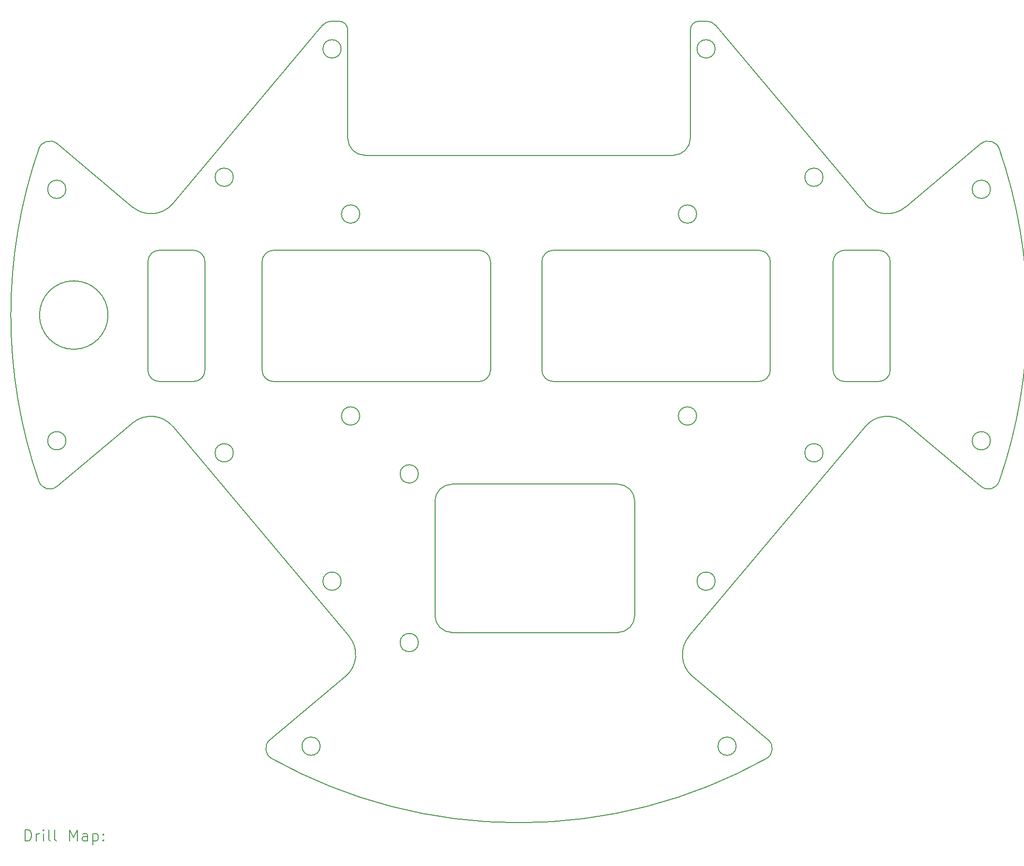
<source format=gbr>
%FSLAX45Y45*%
G04 Gerber Fmt 4.5, Leading zero omitted, Abs format (unit mm)*
G04 Created by KiCad (PCBNEW (6.0.0-0)) date 2022-03-22 21:17:25*
%MOMM*%
%LPD*%
G01*
G04 APERTURE LIST*
%TA.AperFunction,Profile*%
%ADD10C,0.200000*%
%TD*%
%ADD11C,0.200000*%
G04 APERTURE END LIST*
D10*
X16936061Y-17581324D02*
X15611600Y-16469970D01*
X8273000Y-11300000D02*
X11873000Y-11300000D01*
X14600000Y-13400000D02*
X14600000Y-15400000D01*
X12573000Y-19034600D02*
G75*
G03*
X16904848Y-17909244I0J8900000D01*
G01*
X11873000Y-11300000D02*
G75*
G03*
X12073000Y-11100000I0J200000D01*
G01*
X14600000Y-13400000D02*
G75*
G03*
X14300000Y-13100000I-300000J0D01*
G01*
X13173000Y-11300000D02*
X16773000Y-11300000D01*
X15723000Y-4984600D02*
G75*
G03*
X15573000Y-5134600I0J-150000D01*
G01*
X5806231Y-12026912D02*
X4481771Y-13138266D01*
X4164253Y-7218615D02*
G75*
G03*
X4164253Y-13050585I8408748J-2915985D01*
G01*
X20664229Y-13138266D02*
G75*
G03*
X20981747Y-13050585I128558J153209D01*
G01*
X9596028Y-15765554D02*
X6510647Y-12088540D01*
X4481771Y-7130934D02*
G75*
G03*
X4164253Y-7218615I-128558J-153209D01*
G01*
X9783000Y-11904600D02*
G75*
G03*
X9783000Y-11904600I-160000J0D01*
G01*
X8209939Y-17581324D02*
G75*
G03*
X8241152Y-17909244I128558J-153209D01*
G01*
X17896493Y-12549835D02*
G75*
G03*
X17896493Y-12549835I-160000J0D01*
G01*
X9534400Y-16469970D02*
G75*
G03*
X9596028Y-15765554I-321394J383022D01*
G01*
X12573000Y-7334600D02*
X15273000Y-7334600D01*
X9423000Y-4984600D02*
X9285722Y-4984600D01*
X18073000Y-11100000D02*
G75*
G03*
X18273000Y-11300000I200000J0D01*
G01*
X20828355Y-7930667D02*
G75*
G03*
X20828355Y-7930667I-160000J0D01*
G01*
X6510647Y-12088540D02*
G75*
G03*
X5806231Y-12026912I-383022J-321394D01*
G01*
X5375000Y-10135000D02*
G75*
G03*
X5375000Y-10135000I-600000J0D01*
G01*
X20981747Y-13050585D02*
G75*
G03*
X20981747Y-7218615I-8408748J2915985D01*
G01*
X7569507Y-12549835D02*
G75*
G03*
X7569507Y-12549835I-160000J0D01*
G01*
X16773000Y-9000000D02*
X13173000Y-9000000D01*
X13173000Y-9000000D02*
G75*
G03*
X12973000Y-9200000I0J-200000D01*
G01*
X18273000Y-9000000D02*
G75*
G03*
X18073000Y-9200000I0J-200000D01*
G01*
X15573000Y-5134600D02*
X15573000Y-7034600D01*
X9573000Y-5134600D02*
X9573000Y-7034600D01*
X8273000Y-9000000D02*
G75*
G03*
X8073000Y-9200000I0J-200000D01*
G01*
X18073000Y-9200000D02*
X18073000Y-11100000D01*
X15273000Y-7334600D02*
G75*
G03*
X15573000Y-7034600I0J300000D01*
G01*
X18873000Y-11300000D02*
G75*
G03*
X19073000Y-11100000I0J200000D01*
G01*
X12973000Y-9200000D02*
X12973000Y-11100000D01*
X19073000Y-11100000D02*
X19073000Y-9200000D01*
X8073000Y-9200000D02*
X8073000Y-11100000D01*
X18873000Y-9000000D02*
X18273000Y-9000000D01*
X7073000Y-9200000D02*
G75*
G03*
X6873000Y-9000000I-200000J0D01*
G01*
X11100000Y-15400000D02*
G75*
G03*
X11400000Y-15700000I300000J0D01*
G01*
X12973000Y-11100000D02*
G75*
G03*
X13173000Y-11300000I200000J0D01*
G01*
X18635353Y-8180660D02*
X16013487Y-5056042D01*
X20981747Y-7218615D02*
G75*
G03*
X20664229Y-7130934I-188961J-65528D01*
G01*
X6073000Y-11100000D02*
G75*
G03*
X6273000Y-11300000I200000J0D01*
G01*
X8241152Y-17909244D02*
G75*
G03*
X12573000Y-19034600I4331848J7774644D01*
G01*
X9090454Y-17692640D02*
G75*
G03*
X9090454Y-17692640I-160000J0D01*
G01*
X9783000Y-8364600D02*
G75*
G03*
X9783000Y-8364600I-160000J0D01*
G01*
X9573000Y-7034600D02*
G75*
G03*
X9873000Y-7334600I300000J0D01*
G01*
X7569507Y-7719365D02*
G75*
G03*
X7569507Y-7719365I-160000J0D01*
G01*
X16013487Y-5056042D02*
G75*
G03*
X15860278Y-4984600I-153209J-128557D01*
G01*
X5806231Y-8242288D02*
G75*
G03*
X6510647Y-8180660I321394J383022D01*
G01*
X4637645Y-12338533D02*
G75*
G03*
X4637645Y-12338533I-160000J0D01*
G01*
X11100000Y-15400000D02*
X11100000Y-13400000D01*
X16008173Y-5468953D02*
G75*
G03*
X16008173Y-5468953I-160000J0D01*
G01*
X15549972Y-15765554D02*
X18635353Y-12088540D01*
X15683000Y-8364600D02*
G75*
G03*
X15683000Y-8364600I-160000J0D01*
G01*
X7073000Y-9200000D02*
X7073000Y-11100000D01*
X9457827Y-14800247D02*
G75*
G03*
X9457827Y-14800247I-160000J0D01*
G01*
X20664229Y-7130934D02*
X19339769Y-8242288D01*
X8073000Y-11100000D02*
G75*
G03*
X8273000Y-11300000I200000J0D01*
G01*
X19339769Y-12026912D02*
X20664229Y-13138266D01*
X16008173Y-14800247D02*
G75*
G03*
X16008173Y-14800247I-160000J0D01*
G01*
X11400000Y-13100000D02*
G75*
G03*
X11100000Y-13400000I0J-300000D01*
G01*
X15723000Y-4984600D02*
X15860278Y-4984600D01*
X11873000Y-9000000D02*
X8273000Y-9000000D01*
X14300000Y-15700000D02*
X11400000Y-15700000D01*
X18635353Y-8180660D02*
G75*
G03*
X19339769Y-8242288I383022J321394D01*
G01*
X6510647Y-8180660D02*
X9132513Y-5056042D01*
X16904848Y-17909244D02*
G75*
G03*
X16936061Y-17581324I-97345J174711D01*
G01*
X8209939Y-17581324D02*
X9534400Y-16469970D01*
X6873000Y-11300000D02*
G75*
G03*
X7073000Y-11100000I0J200000D01*
G01*
X10810000Y-12920000D02*
G75*
G03*
X10810000Y-12920000I-160000J0D01*
G01*
X11400000Y-13100000D02*
X14300000Y-13100000D01*
X20828355Y-12338533D02*
G75*
G03*
X20828355Y-12338533I-160000J0D01*
G01*
X17896493Y-7719365D02*
G75*
G03*
X17896493Y-7719365I-160000J0D01*
G01*
X4164253Y-13050585D02*
G75*
G03*
X4481771Y-13138266I188961J65528D01*
G01*
X6073000Y-11100000D02*
X6073000Y-9200000D01*
X12573000Y-7334600D02*
X9873000Y-7334600D01*
X12073000Y-11100000D02*
X12073000Y-9200000D01*
X4481771Y-7130934D02*
X5806231Y-8242288D01*
X4637645Y-7930667D02*
G75*
G03*
X4637645Y-7930667I-160000J0D01*
G01*
X19339769Y-12026912D02*
G75*
G03*
X18635353Y-12088540I-321394J-383022D01*
G01*
X6873000Y-11300000D02*
X6273000Y-11300000D01*
X18273000Y-11300000D02*
X18873000Y-11300000D01*
X15683000Y-11904600D02*
G75*
G03*
X15683000Y-11904600I-160000J0D01*
G01*
X19073000Y-9200000D02*
G75*
G03*
X18873000Y-9000000I-200000J0D01*
G01*
X16773000Y-11300000D02*
G75*
G03*
X16973000Y-11100000I0J200000D01*
G01*
X6273000Y-9000000D02*
X6873000Y-9000000D01*
X9573000Y-5134600D02*
G75*
G03*
X9423000Y-4984600I-150000J0D01*
G01*
X16973000Y-11100000D02*
X16973000Y-9200000D01*
X15549972Y-15765554D02*
G75*
G03*
X15611600Y-16469970I383022J-321394D01*
G01*
X9285722Y-4984600D02*
G75*
G03*
X9132513Y-5056042I0J-200000D01*
G01*
X16375546Y-17692640D02*
G75*
G03*
X16375546Y-17692640I-160000J0D01*
G01*
X16973000Y-9200000D02*
G75*
G03*
X16773000Y-9000000I-200000J0D01*
G01*
X9457827Y-5468953D02*
G75*
G03*
X9457827Y-5468953I-160000J0D01*
G01*
X12073000Y-9200000D02*
G75*
G03*
X11873000Y-9000000I-200000J0D01*
G01*
X10810000Y-15876000D02*
G75*
G03*
X10810000Y-15876000I-160000J0D01*
G01*
X6273000Y-9000000D02*
G75*
G03*
X6073000Y-9200000I0J-200000D01*
G01*
X14300000Y-15700000D02*
G75*
G03*
X14600000Y-15400000I0J300000D01*
G01*
D11*
X3920619Y-19355076D02*
X3920619Y-19155076D01*
X3968238Y-19155076D01*
X3996809Y-19164600D01*
X4015857Y-19183648D01*
X4025381Y-19202695D01*
X4034905Y-19240790D01*
X4034905Y-19269362D01*
X4025381Y-19307457D01*
X4015857Y-19326505D01*
X3996809Y-19345552D01*
X3968238Y-19355076D01*
X3920619Y-19355076D01*
X4120619Y-19355076D02*
X4120619Y-19221743D01*
X4120619Y-19259838D02*
X4130143Y-19240790D01*
X4139667Y-19231267D01*
X4158714Y-19221743D01*
X4177762Y-19221743D01*
X4244429Y-19355076D02*
X4244429Y-19221743D01*
X4244429Y-19155076D02*
X4234905Y-19164600D01*
X4244429Y-19174124D01*
X4253952Y-19164600D01*
X4244429Y-19155076D01*
X4244429Y-19174124D01*
X4368238Y-19355076D02*
X4349190Y-19345552D01*
X4339667Y-19326505D01*
X4339667Y-19155076D01*
X4473000Y-19355076D02*
X4453952Y-19345552D01*
X4444429Y-19326505D01*
X4444429Y-19155076D01*
X4701571Y-19355076D02*
X4701571Y-19155076D01*
X4768238Y-19297933D01*
X4834905Y-19155076D01*
X4834905Y-19355076D01*
X5015857Y-19355076D02*
X5015857Y-19250314D01*
X5006333Y-19231267D01*
X4987286Y-19221743D01*
X4949190Y-19221743D01*
X4930143Y-19231267D01*
X5015857Y-19345552D02*
X4996810Y-19355076D01*
X4949190Y-19355076D01*
X4930143Y-19345552D01*
X4920619Y-19326505D01*
X4920619Y-19307457D01*
X4930143Y-19288410D01*
X4949190Y-19278886D01*
X4996810Y-19278886D01*
X5015857Y-19269362D01*
X5111095Y-19221743D02*
X5111095Y-19421743D01*
X5111095Y-19231267D02*
X5130143Y-19221743D01*
X5168238Y-19221743D01*
X5187286Y-19231267D01*
X5196810Y-19240790D01*
X5206333Y-19259838D01*
X5206333Y-19316981D01*
X5196810Y-19336029D01*
X5187286Y-19345552D01*
X5168238Y-19355076D01*
X5130143Y-19355076D01*
X5111095Y-19345552D01*
X5292048Y-19336029D02*
X5301571Y-19345552D01*
X5292048Y-19355076D01*
X5282524Y-19345552D01*
X5292048Y-19336029D01*
X5292048Y-19355076D01*
X5292048Y-19231267D02*
X5301571Y-19240790D01*
X5292048Y-19250314D01*
X5282524Y-19240790D01*
X5292048Y-19231267D01*
X5292048Y-19250314D01*
M02*

</source>
